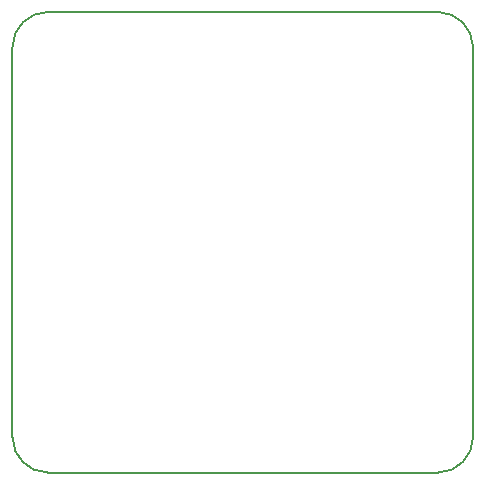
<source format=gbr>
%TF.GenerationSoftware,KiCad,Pcbnew,(6.0.9-0)*%
%TF.CreationDate,2022-12-13T13:56:08-05:00*%
%TF.ProjectId,easy-esc,65617379-2d65-4736-932e-6b696361645f,rev?*%
%TF.SameCoordinates,Original*%
%TF.FileFunction,Profile,NP*%
%FSLAX46Y46*%
G04 Gerber Fmt 4.6, Leading zero omitted, Abs format (unit mm)*
G04 Created by KiCad (PCBNEW (6.0.9-0)) date 2022-12-13 13:56:08*
%MOMM*%
%LPD*%
G01*
G04 APERTURE LIST*
%TA.AperFunction,Profile*%
%ADD10C,0.150000*%
%TD*%
G04 APERTURE END LIST*
D10*
%TO.C,H101*%
X149596000Y-139896000D02*
X116596000Y-139896000D01*
X152596000Y-103896000D02*
X152596000Y-136896000D01*
X113596000Y-136896000D02*
X113596000Y-103896000D01*
X116596000Y-100896000D02*
X149596000Y-100896000D01*
X113596000Y-136896000D02*
G75*
G03*
X116596000Y-139896000I3000001J1D01*
G01*
X116596000Y-100896000D02*
G75*
G03*
X113596000Y-103896000I1J-3000001D01*
G01*
X152596000Y-103896000D02*
G75*
G03*
X149596000Y-100896000I-3000000J0D01*
G01*
X149596000Y-139896000D02*
G75*
G03*
X152596000Y-136896000I0J3000000D01*
G01*
%TD*%
M02*

</source>
